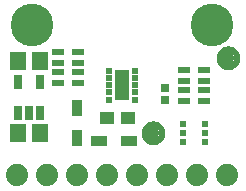
<source format=gbr>
G04 EAGLE Gerber RS-274X export*
G75*
%MOMM*%
%FSLAX34Y34*%
%LPD*%
%INSoldermask Top*%
%IPPOS*%
%AMOC8*
5,1,8,0,0,1.08239X$1,22.5*%
G01*
%ADD10C,3.617600*%
%ADD11C,1.101600*%
%ADD12C,0.500000*%
%ADD13R,1.341600X1.601600*%
%ADD14R,0.651600X1.301600*%
%ADD15R,1.176600X1.101600*%
%ADD16R,0.601600X0.476600*%
%ADD17R,1.301600X2.601600*%
%ADD18R,0.701600X0.701600*%
%ADD19R,1.001600X0.551600*%
%ADD20R,0.601600X0.601600*%
%ADD21R,0.601600X0.501600*%
%ADD22R,0.901600X1.451600*%
%ADD23R,1.451600X0.901600*%
%ADD24C,1.879600*%


D10*
X25400Y152400D03*
X177800Y152400D03*
D11*
X128270Y60960D03*
D12*
X128270Y68460D02*
X128089Y68458D01*
X127908Y68451D01*
X127727Y68440D01*
X127546Y68425D01*
X127366Y68405D01*
X127186Y68381D01*
X127007Y68353D01*
X126829Y68320D01*
X126652Y68283D01*
X126475Y68242D01*
X126300Y68197D01*
X126125Y68147D01*
X125952Y68093D01*
X125781Y68035D01*
X125610Y67973D01*
X125442Y67906D01*
X125275Y67836D01*
X125109Y67762D01*
X124946Y67683D01*
X124785Y67601D01*
X124625Y67515D01*
X124468Y67425D01*
X124313Y67331D01*
X124160Y67234D01*
X124010Y67132D01*
X123862Y67028D01*
X123716Y66919D01*
X123574Y66808D01*
X123434Y66692D01*
X123297Y66574D01*
X123162Y66452D01*
X123031Y66327D01*
X122903Y66199D01*
X122778Y66068D01*
X122656Y65933D01*
X122538Y65796D01*
X122422Y65656D01*
X122311Y65514D01*
X122202Y65368D01*
X122098Y65220D01*
X121996Y65070D01*
X121899Y64917D01*
X121805Y64762D01*
X121715Y64605D01*
X121629Y64445D01*
X121547Y64284D01*
X121468Y64121D01*
X121394Y63955D01*
X121324Y63788D01*
X121257Y63620D01*
X121195Y63449D01*
X121137Y63278D01*
X121083Y63105D01*
X121033Y62930D01*
X120988Y62755D01*
X120947Y62578D01*
X120910Y62401D01*
X120877Y62223D01*
X120849Y62044D01*
X120825Y61864D01*
X120805Y61684D01*
X120790Y61503D01*
X120779Y61322D01*
X120772Y61141D01*
X120770Y60960D01*
X128270Y68460D02*
X128451Y68458D01*
X128632Y68451D01*
X128813Y68440D01*
X128994Y68425D01*
X129174Y68405D01*
X129354Y68381D01*
X129533Y68353D01*
X129711Y68320D01*
X129888Y68283D01*
X130065Y68242D01*
X130240Y68197D01*
X130415Y68147D01*
X130588Y68093D01*
X130759Y68035D01*
X130930Y67973D01*
X131098Y67906D01*
X131265Y67836D01*
X131431Y67762D01*
X131594Y67683D01*
X131755Y67601D01*
X131915Y67515D01*
X132072Y67425D01*
X132227Y67331D01*
X132380Y67234D01*
X132530Y67132D01*
X132678Y67028D01*
X132824Y66919D01*
X132966Y66808D01*
X133106Y66692D01*
X133243Y66574D01*
X133378Y66452D01*
X133509Y66327D01*
X133637Y66199D01*
X133762Y66068D01*
X133884Y65933D01*
X134002Y65796D01*
X134118Y65656D01*
X134229Y65514D01*
X134338Y65368D01*
X134442Y65220D01*
X134544Y65070D01*
X134641Y64917D01*
X134735Y64762D01*
X134825Y64605D01*
X134911Y64445D01*
X134993Y64284D01*
X135072Y64121D01*
X135146Y63955D01*
X135216Y63788D01*
X135283Y63620D01*
X135345Y63449D01*
X135403Y63278D01*
X135457Y63105D01*
X135507Y62930D01*
X135552Y62755D01*
X135593Y62578D01*
X135630Y62401D01*
X135663Y62223D01*
X135691Y62044D01*
X135715Y61864D01*
X135735Y61684D01*
X135750Y61503D01*
X135761Y61322D01*
X135768Y61141D01*
X135770Y60960D01*
X135768Y60779D01*
X135761Y60598D01*
X135750Y60417D01*
X135735Y60236D01*
X135715Y60056D01*
X135691Y59876D01*
X135663Y59697D01*
X135630Y59519D01*
X135593Y59342D01*
X135552Y59165D01*
X135507Y58990D01*
X135457Y58815D01*
X135403Y58642D01*
X135345Y58471D01*
X135283Y58300D01*
X135216Y58132D01*
X135146Y57965D01*
X135072Y57799D01*
X134993Y57636D01*
X134911Y57475D01*
X134825Y57315D01*
X134735Y57158D01*
X134641Y57003D01*
X134544Y56850D01*
X134442Y56700D01*
X134338Y56552D01*
X134229Y56406D01*
X134118Y56264D01*
X134002Y56124D01*
X133884Y55987D01*
X133762Y55852D01*
X133637Y55721D01*
X133509Y55593D01*
X133378Y55468D01*
X133243Y55346D01*
X133106Y55228D01*
X132966Y55112D01*
X132824Y55001D01*
X132678Y54892D01*
X132530Y54788D01*
X132380Y54686D01*
X132227Y54589D01*
X132072Y54495D01*
X131915Y54405D01*
X131755Y54319D01*
X131594Y54237D01*
X131431Y54158D01*
X131265Y54084D01*
X131098Y54014D01*
X130930Y53947D01*
X130759Y53885D01*
X130588Y53827D01*
X130415Y53773D01*
X130240Y53723D01*
X130065Y53678D01*
X129888Y53637D01*
X129711Y53600D01*
X129533Y53567D01*
X129354Y53539D01*
X129174Y53515D01*
X128994Y53495D01*
X128813Y53480D01*
X128632Y53469D01*
X128451Y53462D01*
X128270Y53460D01*
X128089Y53462D01*
X127908Y53469D01*
X127727Y53480D01*
X127546Y53495D01*
X127366Y53515D01*
X127186Y53539D01*
X127007Y53567D01*
X126829Y53600D01*
X126652Y53637D01*
X126475Y53678D01*
X126300Y53723D01*
X126125Y53773D01*
X125952Y53827D01*
X125781Y53885D01*
X125610Y53947D01*
X125442Y54014D01*
X125275Y54084D01*
X125109Y54158D01*
X124946Y54237D01*
X124785Y54319D01*
X124625Y54405D01*
X124468Y54495D01*
X124313Y54589D01*
X124160Y54686D01*
X124010Y54788D01*
X123862Y54892D01*
X123716Y55001D01*
X123574Y55112D01*
X123434Y55228D01*
X123297Y55346D01*
X123162Y55468D01*
X123031Y55593D01*
X122903Y55721D01*
X122778Y55852D01*
X122656Y55987D01*
X122538Y56124D01*
X122422Y56264D01*
X122311Y56406D01*
X122202Y56552D01*
X122098Y56700D01*
X121996Y56850D01*
X121899Y57003D01*
X121805Y57158D01*
X121715Y57315D01*
X121629Y57475D01*
X121547Y57636D01*
X121468Y57799D01*
X121394Y57965D01*
X121324Y58132D01*
X121257Y58300D01*
X121195Y58471D01*
X121137Y58642D01*
X121083Y58815D01*
X121033Y58990D01*
X120988Y59165D01*
X120947Y59342D01*
X120910Y59519D01*
X120877Y59697D01*
X120849Y59876D01*
X120825Y60056D01*
X120805Y60236D01*
X120790Y60417D01*
X120779Y60598D01*
X120772Y60779D01*
X120770Y60960D01*
D11*
X191770Y124460D03*
D12*
X191770Y131960D02*
X191589Y131958D01*
X191408Y131951D01*
X191227Y131940D01*
X191046Y131925D01*
X190866Y131905D01*
X190686Y131881D01*
X190507Y131853D01*
X190329Y131820D01*
X190152Y131783D01*
X189975Y131742D01*
X189800Y131697D01*
X189625Y131647D01*
X189452Y131593D01*
X189281Y131535D01*
X189110Y131473D01*
X188942Y131406D01*
X188775Y131336D01*
X188609Y131262D01*
X188446Y131183D01*
X188285Y131101D01*
X188125Y131015D01*
X187968Y130925D01*
X187813Y130831D01*
X187660Y130734D01*
X187510Y130632D01*
X187362Y130528D01*
X187216Y130419D01*
X187074Y130308D01*
X186934Y130192D01*
X186797Y130074D01*
X186662Y129952D01*
X186531Y129827D01*
X186403Y129699D01*
X186278Y129568D01*
X186156Y129433D01*
X186038Y129296D01*
X185922Y129156D01*
X185811Y129014D01*
X185702Y128868D01*
X185598Y128720D01*
X185496Y128570D01*
X185399Y128417D01*
X185305Y128262D01*
X185215Y128105D01*
X185129Y127945D01*
X185047Y127784D01*
X184968Y127621D01*
X184894Y127455D01*
X184824Y127288D01*
X184757Y127120D01*
X184695Y126949D01*
X184637Y126778D01*
X184583Y126605D01*
X184533Y126430D01*
X184488Y126255D01*
X184447Y126078D01*
X184410Y125901D01*
X184377Y125723D01*
X184349Y125544D01*
X184325Y125364D01*
X184305Y125184D01*
X184290Y125003D01*
X184279Y124822D01*
X184272Y124641D01*
X184270Y124460D01*
X191770Y131960D02*
X191951Y131958D01*
X192132Y131951D01*
X192313Y131940D01*
X192494Y131925D01*
X192674Y131905D01*
X192854Y131881D01*
X193033Y131853D01*
X193211Y131820D01*
X193388Y131783D01*
X193565Y131742D01*
X193740Y131697D01*
X193915Y131647D01*
X194088Y131593D01*
X194259Y131535D01*
X194430Y131473D01*
X194598Y131406D01*
X194765Y131336D01*
X194931Y131262D01*
X195094Y131183D01*
X195255Y131101D01*
X195415Y131015D01*
X195572Y130925D01*
X195727Y130831D01*
X195880Y130734D01*
X196030Y130632D01*
X196178Y130528D01*
X196324Y130419D01*
X196466Y130308D01*
X196606Y130192D01*
X196743Y130074D01*
X196878Y129952D01*
X197009Y129827D01*
X197137Y129699D01*
X197262Y129568D01*
X197384Y129433D01*
X197502Y129296D01*
X197618Y129156D01*
X197729Y129014D01*
X197838Y128868D01*
X197942Y128720D01*
X198044Y128570D01*
X198141Y128417D01*
X198235Y128262D01*
X198325Y128105D01*
X198411Y127945D01*
X198493Y127784D01*
X198572Y127621D01*
X198646Y127455D01*
X198716Y127288D01*
X198783Y127120D01*
X198845Y126949D01*
X198903Y126778D01*
X198957Y126605D01*
X199007Y126430D01*
X199052Y126255D01*
X199093Y126078D01*
X199130Y125901D01*
X199163Y125723D01*
X199191Y125544D01*
X199215Y125364D01*
X199235Y125184D01*
X199250Y125003D01*
X199261Y124822D01*
X199268Y124641D01*
X199270Y124460D01*
X199268Y124279D01*
X199261Y124098D01*
X199250Y123917D01*
X199235Y123736D01*
X199215Y123556D01*
X199191Y123376D01*
X199163Y123197D01*
X199130Y123019D01*
X199093Y122842D01*
X199052Y122665D01*
X199007Y122490D01*
X198957Y122315D01*
X198903Y122142D01*
X198845Y121971D01*
X198783Y121800D01*
X198716Y121632D01*
X198646Y121465D01*
X198572Y121299D01*
X198493Y121136D01*
X198411Y120975D01*
X198325Y120815D01*
X198235Y120658D01*
X198141Y120503D01*
X198044Y120350D01*
X197942Y120200D01*
X197838Y120052D01*
X197729Y119906D01*
X197618Y119764D01*
X197502Y119624D01*
X197384Y119487D01*
X197262Y119352D01*
X197137Y119221D01*
X197009Y119093D01*
X196878Y118968D01*
X196743Y118846D01*
X196606Y118728D01*
X196466Y118612D01*
X196324Y118501D01*
X196178Y118392D01*
X196030Y118288D01*
X195880Y118186D01*
X195727Y118089D01*
X195572Y117995D01*
X195415Y117905D01*
X195255Y117819D01*
X195094Y117737D01*
X194931Y117658D01*
X194765Y117584D01*
X194598Y117514D01*
X194430Y117447D01*
X194259Y117385D01*
X194088Y117327D01*
X193915Y117273D01*
X193740Y117223D01*
X193565Y117178D01*
X193388Y117137D01*
X193211Y117100D01*
X193033Y117067D01*
X192854Y117039D01*
X192674Y117015D01*
X192494Y116995D01*
X192313Y116980D01*
X192132Y116969D01*
X191951Y116962D01*
X191770Y116960D01*
X191589Y116962D01*
X191408Y116969D01*
X191227Y116980D01*
X191046Y116995D01*
X190866Y117015D01*
X190686Y117039D01*
X190507Y117067D01*
X190329Y117100D01*
X190152Y117137D01*
X189975Y117178D01*
X189800Y117223D01*
X189625Y117273D01*
X189452Y117327D01*
X189281Y117385D01*
X189110Y117447D01*
X188942Y117514D01*
X188775Y117584D01*
X188609Y117658D01*
X188446Y117737D01*
X188285Y117819D01*
X188125Y117905D01*
X187968Y117995D01*
X187813Y118089D01*
X187660Y118186D01*
X187510Y118288D01*
X187362Y118392D01*
X187216Y118501D01*
X187074Y118612D01*
X186934Y118728D01*
X186797Y118846D01*
X186662Y118968D01*
X186531Y119093D01*
X186403Y119221D01*
X186278Y119352D01*
X186156Y119487D01*
X186038Y119624D01*
X185922Y119764D01*
X185811Y119906D01*
X185702Y120052D01*
X185598Y120200D01*
X185496Y120350D01*
X185399Y120503D01*
X185305Y120658D01*
X185215Y120815D01*
X185129Y120975D01*
X185047Y121136D01*
X184968Y121299D01*
X184894Y121465D01*
X184824Y121632D01*
X184757Y121800D01*
X184695Y121971D01*
X184637Y122142D01*
X184583Y122315D01*
X184533Y122490D01*
X184488Y122665D01*
X184447Y122842D01*
X184410Y123019D01*
X184377Y123197D01*
X184349Y123376D01*
X184325Y123556D01*
X184305Y123736D01*
X184290Y123917D01*
X184279Y124098D01*
X184272Y124279D01*
X184270Y124460D01*
D13*
X13360Y60960D03*
X32360Y60960D03*
D14*
X13360Y78439D03*
X22860Y78439D03*
X32360Y78439D03*
X32360Y104441D03*
X13360Y104441D03*
D13*
X13360Y121920D03*
X32360Y121920D03*
D15*
X106290Y73660D03*
X89290Y73660D03*
D16*
X90600Y113600D03*
X90600Y107600D03*
X90600Y101600D03*
X90600Y95600D03*
X90600Y89600D03*
X112600Y89600D03*
X112600Y95600D03*
X112600Y101600D03*
X112600Y107600D03*
X112600Y113600D03*
D17*
X101600Y101600D03*
D18*
X138430Y99060D03*
X138430Y88900D03*
D19*
X154060Y88600D03*
X171060Y88600D03*
X154060Y97600D03*
X154060Y105600D03*
X154060Y114600D03*
X171060Y114600D03*
X171060Y97600D03*
X171060Y105600D03*
D20*
X153560Y68460D03*
D21*
X153560Y60960D03*
D20*
X153560Y53460D03*
X171560Y53460D03*
D21*
X171560Y60960D03*
D20*
X171560Y68460D03*
D22*
X63500Y57150D03*
X63500Y82550D03*
D23*
X82550Y54610D03*
X107950Y54610D03*
D24*
X12700Y25400D03*
X38100Y25400D03*
X63500Y25400D03*
X88900Y25400D03*
X114300Y25400D03*
X139700Y25400D03*
X165100Y25400D03*
X190500Y25400D03*
D19*
X47380Y103840D03*
X64380Y103840D03*
X47380Y112840D03*
X47380Y120840D03*
X47380Y129840D03*
X64380Y129840D03*
X64380Y112840D03*
X64380Y120840D03*
M02*

</source>
